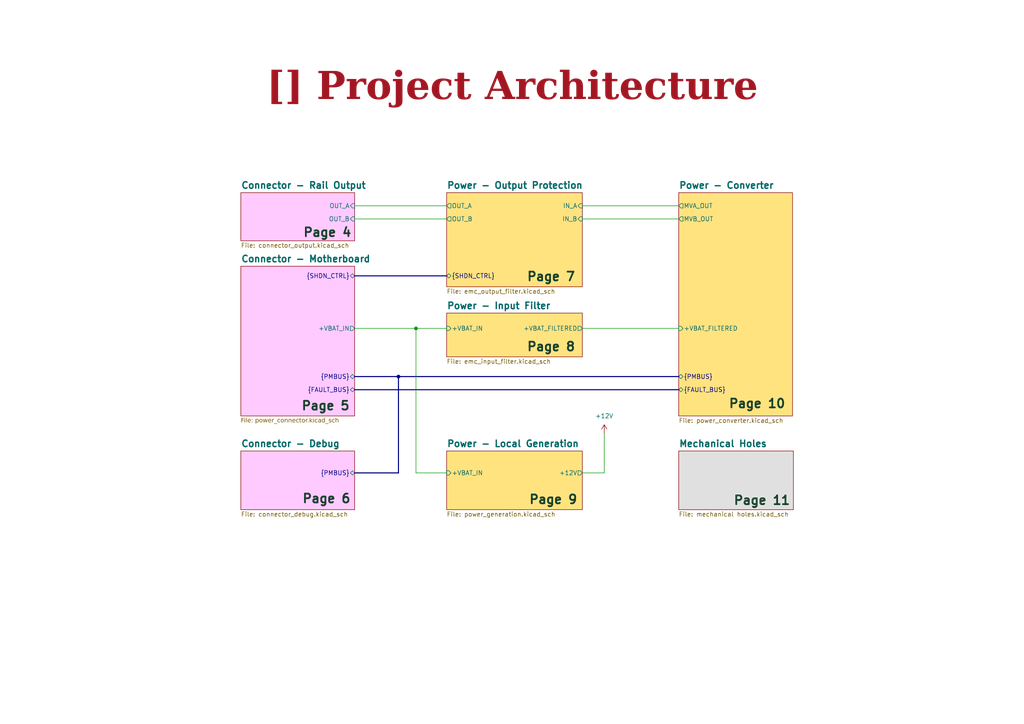
<source format=kicad_sch>
(kicad_sch (version 20231120) (generator "eeschema") (generator_version "8.0")
  (paper "A4")
  (title_block (title "Project Architecture") (date "Last Modified Date") (rev "${REVISION}") (company "${COMPANY}"))
  (lib_symbols
    (symbol "power:+12V" (power) (pin_names (offset 0))
      (property "Value" "+12V" (at 0 3.556 0))
      (symbol "+12V_0_1"
        (polyline (pts (xy -0.762 1.27) (xy 0 2.54)))
        (polyline (pts (xy 0 0) (xy 0 2.54)))
        (polyline (pts (xy 0 2.54) (xy 0.762 1.27)))
      )
      (symbol "+12V_1_1"
        (pin power_in line (at 0 0 90) (length 0) hide (name "+12V") (number "1"))
      )
    )
  )
  (junction (at 115.57 109.22))
  (junction (at 120.65 95.25))
  (bus (pts (xy 115.57 109.22) (xy 196.85 109.22)))
  (bus (pts (xy 102.87 80.01) (xy 129.54 80.01)))
  (wire (pts (xy 120.65 95.25) (xy 120.65 137.16)))
  (wire (pts (xy 168.91 137.16) (xy 175.26 137.16)))
  (bus (pts (xy 115.57 109.22) (xy 115.57 137.16)))
  (wire (pts (xy 175.26 125.73) (xy 175.26 137.16)))
  (wire (pts (xy 102.87 63.5) (xy 129.54 63.5)))
  (wire (pts (xy 168.91 59.69) (xy 196.85 59.69)))
  (wire (pts (xy 102.87 59.69) (xy 129.54 59.69)))
  (bus (pts (xy 102.87 137.16) (xy 115.57 137.16)))
  (wire (pts (xy 168.91 63.5) (xy 196.85 63.5)))
  (wire (pts (xy 168.91 95.25) (xy 196.85 95.25)))
  (bus (pts (xy 102.87 109.22) (xy 115.57 109.22)))
  (wire (pts (xy 102.87 95.25) (xy 120.65 95.25)))
  (wire (pts (xy 120.65 137.16) (xy 129.54 137.16)))
  (bus (pts (xy 102.87 113.03) (xy 196.85 113.03)))
  (wire (pts (xy 120.65 95.25) (xy 129.54 95.25)))
  (text_box "[${#}] ${TITLE}" (at 12.065 19.05 0) (size 273.05 12.7) (stroke (width -0.0001)) (effects (font (size 8 8) (thickness 1.2) (bold yes))))
  (text "Page 10" (at 227.965 118.745 0) (effects (font (size 2.54 2.54) (bold yes)) (justify right bottom)))
  (text "Page 4" (at 102.108 69.088 0) (effects (font (size 2.54 2.54) (bold yes)) (justify right bottom)))
  (text "Page 9" (at 167.64 146.558 0) (effects (font (size 2.54 2.54) (bold yes)) (justify right bottom)))
  (text "Page 8" (at 167.005 102.235 0) (effects (font (size 2.54 2.54) (bold yes)) (justify right bottom)))
  (text "Page 5" (at 101.6 119.38 0) (effects (font (size 2.54 2.54) (bold yes)) (justify right bottom)))
  (text "Page 11" (at 229.362 146.812 0) (effects (font (size 2.54 2.54) (bold yes)) (justify right bottom)))
  (text "Page 7" (at 167.005 81.915 0) (effects (font (size 2.54 2.54) (bold yes)) (justify right bottom)))
  (text "Page 6" (at 101.854 146.304 0) (effects (font (size 2.54 2.54) (bold yes)) (justify right bottom)))
  (symbol (lib_id "power:+12V") (at 175.26 125.73 0) (unit 1)
    (property "Reference" "#PWR07" (effects (hide yes)))
    (property "Value" "+12V" (at 175.26 120.65 0))
  )
  (sheet (at 196.85 130.81) (size 33.274 17.018) (stroke (width 0.1524)) (fill (color 0 0 0 0.1216))
    (property "Sheetname" "Mechanical Holes" (at 196.85 129.7809 0) (effects (font (size 1.905 1.905) (bold yes)) (justify left bottom)))
    (property "Sheetfile" "mechanical holes.kicad_sch" (at 196.85 148.4126 0) (effects (justify left top)))
  )
  (sheet (at 196.85 55.88) (size 33.02 64.77) (stroke (width 0.1524)) (fill (color 255 200 0 0.5020))
    (property "Sheetname" "Power - Converter" (at 196.85 54.8509 0) (effects (font (size 1.905 1.905) (bold yes)) (justify left bottom)))
    (property "Sheetfile" "power_converter.kicad_sch" (at 196.85 121.2346 0) (effects (justify left top)))
    (pin "+VBAT_FILTERED" input (at 196.85 95.25 180))
    (pin "{PMBUS}" bidirectional (at 196.85 109.22 180))
    (pin "{FAULT_BUS}" bidirectional (at 196.85 113.03 180))
    (pin "MVA_OUT" output (at 196.85 59.69 180))
    (pin "MVB_OUT" output (at 196.85 63.5 180))
  )
  (sheet (at 69.85 55.88) (size 33.02 13.97) (stroke (width 0.1524)) (fill (color 255 150 255 0.5020))
    (property "Sheetname" "Connector - Rail Output" (at 69.85 54.8509 0) (effects (font (size 1.905 1.905) (thickness 0.381) (bold yes)) (justify left bottom)))
    (property "Sheetfile" "connector_output.kicad_sch" (at 69.85 70.4346 0) (effects (justify left top)))
    (pin "OUT_A" input (at 102.87 59.69 0))
    (pin "OUT_B" input (at 102.87 63.5 0))
  )
  (sheet (at 129.54 90.805) (size 39.37 12.7) (stroke (width 0.1524)) (fill (color 255 200 0 0.5020))
    (property "Sheetname" "Power - Input Filter" (at 129.54 89.7759 0) (effects (font (size 1.905 1.905) (bold yes)) (justify left bottom)))
    (property "Sheetfile" "emc_input_filter.kicad_sch" (at 129.54 104.0896 0) (effects (justify left top)))
    (pin "+VBAT_IN" input (at 129.54 95.25 180))
    (pin "+VBAT_FILTERED" output (at 168.91 95.25 0))
  )
  (sheet (at 69.85 77.216) (size 33.02 43.434) (stroke (width 0.1524)) (fill (color 255 150 255 0.5020))
    (property "Sheetname" "Connector - Motherboard" (at 69.85 76.1869 0) (effects (font (size 1.905 1.905) (bold yes)) (justify left bottom)))
    (property "Sheetfile" "power_connector.kicad_sch" (at 69.85 121.2346 0) (effects (justify left top)))
    (pin "{PMBUS}" bidirectional (at 102.87 109.22 0))
    (pin "{FAULT_BUS}" bidirectional (at 102.87 113.03 0))
    (pin "+VBAT_IN" output (at 102.87 95.25 0))
    (pin "{SHDN_CTRL}" bidirectional (at 102.87 80.01 0))
  )
  (sheet (at 129.54 55.88) (size 39.37 27.305) (stroke (width 0.1524)) (fill (color 255 200 0 0.5020))
    (property "Sheetname" "Power - Output Protection" (at 129.54 54.8509 0) (effects (font (size 1.905 1.905) (bold yes)) (justify left bottom)))
    (property "Sheetfile" "emc_output_filter.kicad_sch" (at 129.54 83.7696 0) (effects (justify left top)))
    (pin "IN_A" input (at 168.91 59.69 0))
    (pin "IN_B" input (at 168.91 63.5 0))
    (pin "OUT_A" output (at 129.54 59.69 180))
    (pin "OUT_B" output (at 129.54 63.5 180))
    (pin "{SHDN_CTRL}" bidirectional (at 129.54 80.01 180))
  )
  (sheet (at 69.85 130.81) (size 33.02 17.018) (stroke (width 0.1524)) (fill (color 255 150 255 0.5020))
    (property "Sheetname" "Connector - Debug" (at 69.85 129.7809 0) (effects (font (size 1.905 1.905) (thickness 0.381) (bold yes)) (justify left bottom)))
    (property "Sheetfile" "connector_debug.kicad_sch" (at 69.85 148.4126 0) (effects (justify left top)))
    (pin "{PMBUS}" bidirectional (at 102.87 137.16 0))
  )
  (sheet (at 129.54 130.81) (size 39.37 17.018) (stroke (width 0.1524)) (fill (color 255 200 0 0.5020))
    (property "Sheetname" "Power - Local Generation" (at 129.54 129.7809 0) (effects (font (size 1.905 1.905) (thickness 0.381) (bold yes)) (justify left bottom)))
    (property "Sheetfile" "power_generation.kicad_sch" (at 129.54 148.4126 0) (effects (justify left top)))
    (pin "+VBAT_IN" input (at 129.54 137.16 180))
    (pin "+12V" output (at 168.91 137.16 0))
  )
)
</source>
